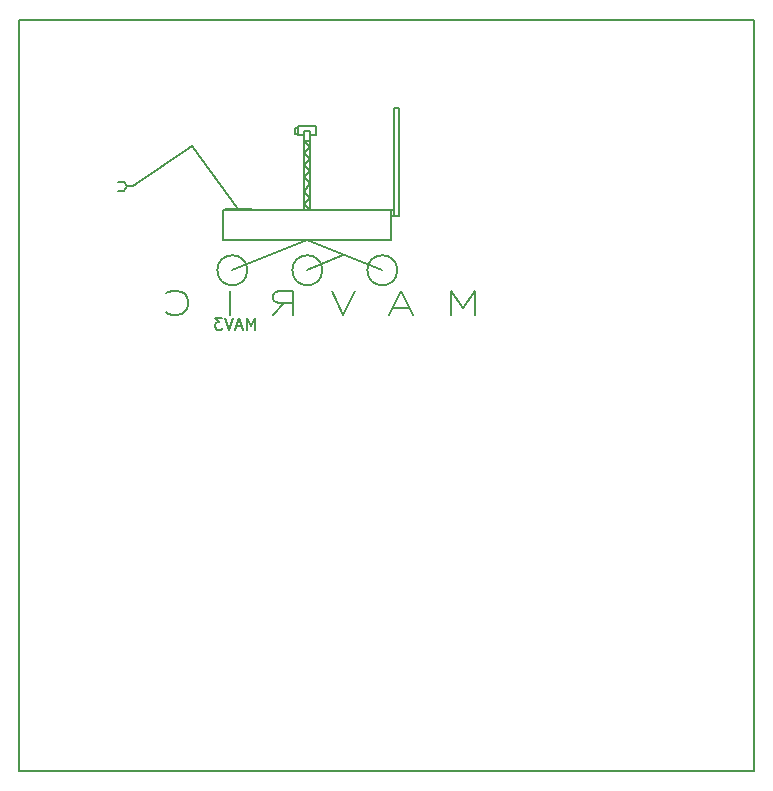
<source format=gbo>
G04 #@! TF.FileFunction,Legend,Bot*
%FSLAX46Y46*%
G04 Gerber Fmt 4.6, Leading zero omitted, Abs format (unit mm)*
G04 Created by KiCad (PCBNEW 4.0.1-stable) date 6/25/2016 6:05:23 PM*
%MOMM*%
G01*
G04 APERTURE LIST*
%ADD10C,0.100000*%
%ADD11C,0.150000*%
%ADD12C,0.160000*%
G04 APERTURE END LIST*
D10*
D11*
X209804000Y-96139000D02*
X211328000Y-96139000D01*
X209804000Y-32512000D02*
X211328000Y-32512000D01*
X149098000Y-96139000D02*
X209804000Y-96139000D01*
X209804000Y-32512000D02*
X149098000Y-32512000D01*
X211328000Y-32512000D02*
X211328000Y-96139000D01*
X149098000Y-96139000D02*
X149098000Y-32512000D01*
X158242000Y-46609000D02*
X157988000Y-46990000D01*
X157988000Y-46990000D02*
X157480000Y-46990000D01*
X158242000Y-46609000D02*
X157988000Y-46228000D01*
X157988000Y-46228000D02*
X157480000Y-46228000D01*
X167640000Y-48514000D02*
X163703000Y-43180000D01*
X163703000Y-43180000D02*
X158750000Y-46609000D01*
X158750000Y-46609000D02*
X158242000Y-46609000D01*
X168783000Y-48514000D02*
X166497000Y-48514000D01*
X166370000Y-51181000D02*
X180594000Y-51181000D01*
X180594000Y-48641000D02*
X166370000Y-48641000D01*
X181102000Y-40005000D02*
X181229000Y-40005000D01*
X181229000Y-49149000D02*
X180975000Y-49149000D01*
X173736000Y-42291000D02*
X174244000Y-42291000D01*
X172974000Y-42291000D02*
X173228000Y-42291000D01*
X173228000Y-42799000D02*
X173736000Y-42799000D01*
X173736000Y-42291000D02*
X173736000Y-41910000D01*
X173736000Y-41910000D02*
X173228000Y-41910000D01*
X173228000Y-41910000D02*
X173228000Y-42291000D01*
X172720000Y-42164000D02*
X172466000Y-42164000D01*
X172466000Y-42164000D02*
X172466000Y-41656000D01*
X172466000Y-41656000D02*
X172720000Y-41656000D01*
X172974000Y-42291000D02*
X172720000Y-42291000D01*
X172720000Y-42291000D02*
X172720000Y-41529000D01*
X172720000Y-41529000D02*
X173228000Y-41529000D01*
X172974000Y-41529000D02*
X174244000Y-41529000D01*
X174244000Y-41529000D02*
X174244000Y-42291000D01*
X173736000Y-48641000D02*
X173228000Y-48133000D01*
X173228000Y-48133000D02*
X173736000Y-47625000D01*
X173736000Y-47625000D02*
X173228000Y-47117000D01*
X173228000Y-47117000D02*
X173736000Y-46355000D01*
X173736000Y-46355000D02*
X173228000Y-45847000D01*
X173228000Y-45847000D02*
X173736000Y-45339000D01*
X173736000Y-45339000D02*
X173228000Y-44831000D01*
X173228000Y-44831000D02*
X173736000Y-44323000D01*
X173736000Y-44323000D02*
X173228000Y-43815000D01*
X173228000Y-43815000D02*
X173736000Y-43307000D01*
X173736000Y-43307000D02*
X173228000Y-42799000D01*
X173736000Y-48641000D02*
X173228000Y-48641000D01*
X173228000Y-48641000D02*
X173228000Y-42291000D01*
X173736000Y-42291000D02*
X173736000Y-48641000D01*
X180848000Y-49149000D02*
X181102000Y-49149000D01*
X181229000Y-49149000D02*
X181229000Y-40005000D01*
X181102000Y-40005000D02*
X180848000Y-40005000D01*
X180848000Y-40005000D02*
X180848000Y-48641000D01*
X180594000Y-49149000D02*
X180848000Y-49149000D01*
X180848000Y-49149000D02*
X180848000Y-48641000D01*
X180848000Y-48641000D02*
X180594000Y-48641000D01*
X168402000Y-53721000D02*
G75*
G03X168402000Y-53721000I-1270000J0D01*
G01*
X174752000Y-53721000D02*
G75*
G03X174752000Y-53721000I-1270000J0D01*
G01*
X181102000Y-53721000D02*
G75*
G03X181102000Y-53721000I-1270000J0D01*
G01*
X173482000Y-53721000D02*
X176530000Y-52451000D01*
X173482000Y-51181000D02*
X167132000Y-53721000D01*
X166370000Y-51181000D02*
X166370000Y-48641000D01*
X173482000Y-51181000D02*
X179832000Y-53721000D01*
X180594000Y-48641000D02*
X180594000Y-51181000D01*
X169052667Y-58745381D02*
X169052667Y-57745381D01*
X168719333Y-58459667D01*
X168386000Y-57745381D01*
X168386000Y-58745381D01*
X167957429Y-58459667D02*
X167481238Y-58459667D01*
X168052667Y-58745381D02*
X167719334Y-57745381D01*
X167386000Y-58745381D01*
X167195524Y-57745381D02*
X166862191Y-58745381D01*
X166528857Y-57745381D01*
X166290762Y-57745381D02*
X165671714Y-57745381D01*
X166005048Y-58126333D01*
X165862190Y-58126333D01*
X165766952Y-58173952D01*
X165719333Y-58221571D01*
X165671714Y-58316810D01*
X165671714Y-58554905D01*
X165719333Y-58650143D01*
X165766952Y-58697762D01*
X165862190Y-58745381D01*
X166147905Y-58745381D01*
X166243143Y-58697762D01*
X166290762Y-58650143D01*
D12*
X187688499Y-57483262D02*
X187688499Y-55483262D01*
X186688499Y-56911833D01*
X185688499Y-55483262D01*
X185688499Y-57483262D01*
X182117071Y-56911833D02*
X180688500Y-56911833D01*
X182402786Y-57483262D02*
X181402786Y-55483262D01*
X180402786Y-57483262D01*
X177545643Y-55483262D02*
X176545643Y-57483262D01*
X175545643Y-55483262D01*
X170545643Y-57483262D02*
X171545643Y-56530881D01*
X172259928Y-57483262D02*
X172259928Y-55483262D01*
X171117071Y-55483262D01*
X170831357Y-55578500D01*
X170688500Y-55673738D01*
X170545643Y-55864214D01*
X170545643Y-56149929D01*
X170688500Y-56340405D01*
X170831357Y-56435643D01*
X171117071Y-56530881D01*
X172259928Y-56530881D01*
X166974214Y-57483262D02*
X166974214Y-55483262D01*
X161545644Y-57292786D02*
X161688501Y-57388024D01*
X162117072Y-57483262D01*
X162402786Y-57483262D01*
X162831358Y-57388024D01*
X163117072Y-57197548D01*
X163259929Y-57007071D01*
X163402786Y-56626119D01*
X163402786Y-56340405D01*
X163259929Y-55959452D01*
X163117072Y-55768976D01*
X162831358Y-55578500D01*
X162402786Y-55483262D01*
X162117072Y-55483262D01*
X161688501Y-55578500D01*
X161545644Y-55673738D01*
M02*

</source>
